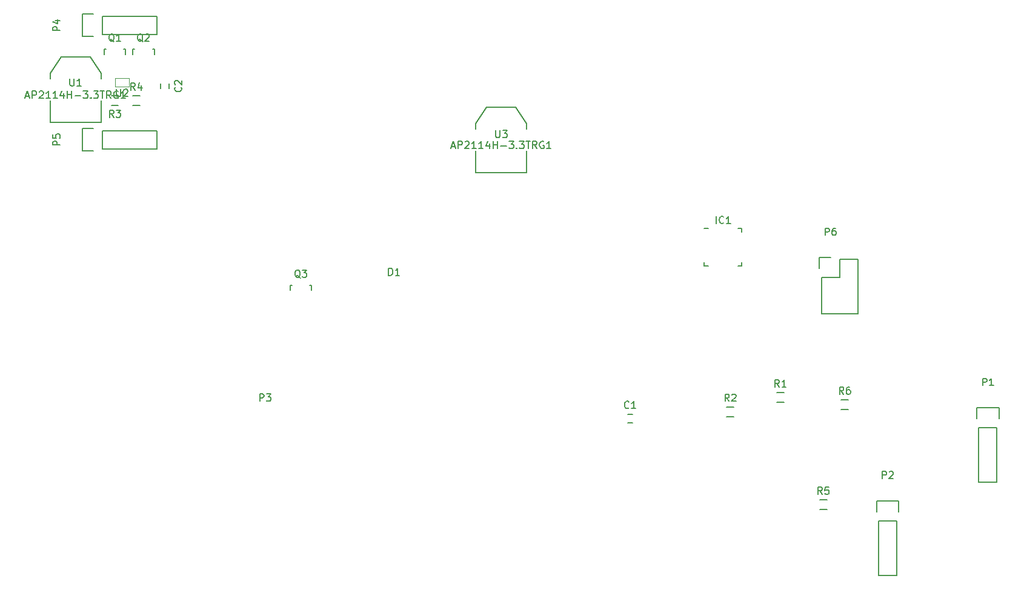
<source format=gbr>
G04 #@! TF.FileFunction,Legend,Top*
%FSLAX46Y46*%
G04 Gerber Fmt 4.6, Leading zero omitted, Abs format (unit mm)*
G04 Created by KiCad (PCBNEW (after 2015-may-01 BZR unknown)-product) date 11/9/2015 22:45:34*
%MOMM*%
G01*
G04 APERTURE LIST*
%ADD10C,0.100000*%
%ADD11C,0.150000*%
%ADD12C,0.203200*%
G04 APERTURE END LIST*
D10*
D11*
X130650000Y-106400000D02*
X131350000Y-106400000D01*
X131350000Y-107600000D02*
X130650000Y-107600000D01*
X66600000Y-60150000D02*
X66600000Y-60850000D01*
X65400000Y-60850000D02*
X65400000Y-60150000D01*
X146625000Y-80375000D02*
X146625000Y-80900000D01*
X141375000Y-85625000D02*
X141375000Y-85100000D01*
X146625000Y-85625000D02*
X146625000Y-85100000D01*
X141375000Y-80375000D02*
X141900000Y-80375000D01*
X141375000Y-85625000D02*
X141900000Y-85625000D01*
X146625000Y-85625000D02*
X146100000Y-85625000D01*
X146625000Y-80375000D02*
X146100000Y-80375000D01*
X179730000Y-108270000D02*
X179730000Y-115890000D01*
X182270000Y-108270000D02*
X182270000Y-115890000D01*
X182550000Y-105450000D02*
X182550000Y-107000000D01*
X179730000Y-115890000D02*
X182270000Y-115890000D01*
X182270000Y-108270000D02*
X179730000Y-108270000D01*
X179450000Y-107000000D02*
X179450000Y-105450000D01*
X179450000Y-105450000D02*
X182550000Y-105450000D01*
X165730000Y-121270000D02*
X165730000Y-128890000D01*
X168270000Y-121270000D02*
X168270000Y-128890000D01*
X168550000Y-118450000D02*
X168550000Y-120000000D01*
X165730000Y-128890000D02*
X168270000Y-128890000D01*
X168270000Y-121270000D02*
X165730000Y-121270000D01*
X165450000Y-120000000D02*
X165450000Y-118450000D01*
X165450000Y-118450000D02*
X168550000Y-118450000D01*
X57270000Y-53270000D02*
X64890000Y-53270000D01*
X57270000Y-50730000D02*
X64890000Y-50730000D01*
X54450000Y-50450000D02*
X56000000Y-50450000D01*
X64890000Y-53270000D02*
X64890000Y-50730000D01*
X57270000Y-50730000D02*
X57270000Y-53270000D01*
X56000000Y-53550000D02*
X54450000Y-53550000D01*
X54450000Y-53550000D02*
X54450000Y-50450000D01*
X57270000Y-69270000D02*
X64890000Y-69270000D01*
X57270000Y-66730000D02*
X64890000Y-66730000D01*
X54450000Y-66450000D02*
X56000000Y-66450000D01*
X64890000Y-69270000D02*
X64890000Y-66730000D01*
X57270000Y-66730000D02*
X57270000Y-69270000D01*
X56000000Y-69550000D02*
X54450000Y-69550000D01*
X54450000Y-69550000D02*
X54450000Y-66450000D01*
X157730000Y-87270000D02*
X157730000Y-92350000D01*
X157450000Y-84450000D02*
X159000000Y-84450000D01*
X160270000Y-84730000D02*
X160270000Y-87270000D01*
X160270000Y-87270000D02*
X157730000Y-87270000D01*
X157730000Y-92350000D02*
X162810000Y-92350000D01*
X162810000Y-92350000D02*
X162810000Y-87270000D01*
X157450000Y-84450000D02*
X157450000Y-86000000D01*
X162810000Y-84730000D02*
X160270000Y-84730000D01*
X162810000Y-87270000D02*
X162810000Y-84730000D01*
X60299160Y-55349760D02*
X60250900Y-55349760D01*
X57500180Y-56050800D02*
X57500180Y-55349760D01*
X57500180Y-55349760D02*
X57749100Y-55349760D01*
X60299160Y-55349760D02*
X60499820Y-55349760D01*
X60499820Y-55349760D02*
X60499820Y-56050800D01*
X64299160Y-55349760D02*
X64250900Y-55349760D01*
X61500180Y-56050800D02*
X61500180Y-55349760D01*
X61500180Y-55349760D02*
X61749100Y-55349760D01*
X64299160Y-55349760D02*
X64499820Y-55349760D01*
X64499820Y-55349760D02*
X64499820Y-56050800D01*
X152500000Y-104675000D02*
X151500000Y-104675000D01*
X151500000Y-103325000D02*
X152500000Y-103325000D01*
X145500000Y-106675000D02*
X144500000Y-106675000D01*
X144500000Y-105325000D02*
X145500000Y-105325000D01*
X58500000Y-61825000D02*
X59500000Y-61825000D01*
X59500000Y-63175000D02*
X58500000Y-63175000D01*
X62500000Y-63175000D02*
X61500000Y-63175000D01*
X61500000Y-61825000D02*
X62500000Y-61825000D01*
X158500000Y-119675000D02*
X157500000Y-119675000D01*
X157500000Y-118325000D02*
X158500000Y-118325000D01*
X161500000Y-105675000D02*
X160500000Y-105675000D01*
X160500000Y-104325000D02*
X161500000Y-104325000D01*
X86299160Y-88349760D02*
X86250900Y-88349760D01*
X83500180Y-89050800D02*
X83500180Y-88349760D01*
X83500180Y-88349760D02*
X83749100Y-88349760D01*
X86299160Y-88349760D02*
X86499820Y-88349760D01*
X86499820Y-88349760D02*
X86499820Y-89050800D01*
D12*
X49944000Y-62524000D02*
X49944000Y-65572000D01*
X49944000Y-65572000D02*
X57056000Y-65572000D01*
X57056000Y-65572000D02*
X57056000Y-62524000D01*
X49944000Y-59476000D02*
X49944000Y-58714000D01*
X49944000Y-58714000D02*
X51468000Y-56428000D01*
X51468000Y-56428000D02*
X55532000Y-56428000D01*
X55532000Y-56428000D02*
X57056000Y-58714000D01*
X57056000Y-58714000D02*
X57056000Y-59476000D01*
D10*
X59000000Y-59400000D02*
X59000000Y-60600000D01*
X59000000Y-60600000D02*
X61000000Y-60600000D01*
X61000000Y-60600000D02*
X61000000Y-59400000D01*
X61000000Y-59400000D02*
X59000000Y-59400000D01*
D12*
X109444000Y-69524000D02*
X109444000Y-72572000D01*
X109444000Y-72572000D02*
X116556000Y-72572000D01*
X116556000Y-72572000D02*
X116556000Y-69524000D01*
X109444000Y-66476000D02*
X109444000Y-65714000D01*
X109444000Y-65714000D02*
X110968000Y-63428000D01*
X110968000Y-63428000D02*
X115032000Y-63428000D01*
X115032000Y-63428000D02*
X116556000Y-65714000D01*
X116556000Y-65714000D02*
X116556000Y-66476000D01*
D11*
X130833334Y-105457143D02*
X130785715Y-105504762D01*
X130642858Y-105552381D01*
X130547620Y-105552381D01*
X130404762Y-105504762D01*
X130309524Y-105409524D01*
X130261905Y-105314286D01*
X130214286Y-105123810D01*
X130214286Y-104980952D01*
X130261905Y-104790476D01*
X130309524Y-104695238D01*
X130404762Y-104600000D01*
X130547620Y-104552381D01*
X130642858Y-104552381D01*
X130785715Y-104600000D01*
X130833334Y-104647619D01*
X131785715Y-105552381D02*
X131214286Y-105552381D01*
X131500000Y-105552381D02*
X131500000Y-104552381D01*
X131404762Y-104695238D01*
X131309524Y-104790476D01*
X131214286Y-104838095D01*
X68257143Y-60666666D02*
X68304762Y-60714285D01*
X68352381Y-60857142D01*
X68352381Y-60952380D01*
X68304762Y-61095238D01*
X68209524Y-61190476D01*
X68114286Y-61238095D01*
X67923810Y-61285714D01*
X67780952Y-61285714D01*
X67590476Y-61238095D01*
X67495238Y-61190476D01*
X67400000Y-61095238D01*
X67352381Y-60952380D01*
X67352381Y-60857142D01*
X67400000Y-60714285D01*
X67447619Y-60666666D01*
X67447619Y-60285714D02*
X67400000Y-60238095D01*
X67352381Y-60142857D01*
X67352381Y-59904761D01*
X67400000Y-59809523D01*
X67447619Y-59761904D01*
X67542857Y-59714285D01*
X67638095Y-59714285D01*
X67780952Y-59761904D01*
X68352381Y-60333333D01*
X68352381Y-59714285D01*
X143023810Y-79702381D02*
X143023810Y-78702381D01*
X144071429Y-79607143D02*
X144023810Y-79654762D01*
X143880953Y-79702381D01*
X143785715Y-79702381D01*
X143642857Y-79654762D01*
X143547619Y-79559524D01*
X143500000Y-79464286D01*
X143452381Y-79273810D01*
X143452381Y-79130952D01*
X143500000Y-78940476D01*
X143547619Y-78845238D01*
X143642857Y-78750000D01*
X143785715Y-78702381D01*
X143880953Y-78702381D01*
X144023810Y-78750000D01*
X144071429Y-78797619D01*
X145023810Y-79702381D02*
X144452381Y-79702381D01*
X144738095Y-79702381D02*
X144738095Y-78702381D01*
X144642857Y-78845238D01*
X144547619Y-78940476D01*
X144452381Y-78988095D01*
X180261905Y-102352381D02*
X180261905Y-101352381D01*
X180642858Y-101352381D01*
X180738096Y-101400000D01*
X180785715Y-101447619D01*
X180833334Y-101542857D01*
X180833334Y-101685714D01*
X180785715Y-101780952D01*
X180738096Y-101828571D01*
X180642858Y-101876190D01*
X180261905Y-101876190D01*
X181785715Y-102352381D02*
X181214286Y-102352381D01*
X181500000Y-102352381D02*
X181500000Y-101352381D01*
X181404762Y-101495238D01*
X181309524Y-101590476D01*
X181214286Y-101638095D01*
X166261905Y-115352381D02*
X166261905Y-114352381D01*
X166642858Y-114352381D01*
X166738096Y-114400000D01*
X166785715Y-114447619D01*
X166833334Y-114542857D01*
X166833334Y-114685714D01*
X166785715Y-114780952D01*
X166738096Y-114828571D01*
X166642858Y-114876190D01*
X166261905Y-114876190D01*
X167214286Y-114447619D02*
X167261905Y-114400000D01*
X167357143Y-114352381D01*
X167595239Y-114352381D01*
X167690477Y-114400000D01*
X167738096Y-114447619D01*
X167785715Y-114542857D01*
X167785715Y-114638095D01*
X167738096Y-114780952D01*
X167166667Y-115352381D01*
X167785715Y-115352381D01*
X51352381Y-52738095D02*
X50352381Y-52738095D01*
X50352381Y-52357142D01*
X50400000Y-52261904D01*
X50447619Y-52214285D01*
X50542857Y-52166666D01*
X50685714Y-52166666D01*
X50780952Y-52214285D01*
X50828571Y-52261904D01*
X50876190Y-52357142D01*
X50876190Y-52738095D01*
X50685714Y-51309523D02*
X51352381Y-51309523D01*
X50304762Y-51547619D02*
X51019048Y-51785714D01*
X51019048Y-51166666D01*
X51352381Y-68738095D02*
X50352381Y-68738095D01*
X50352381Y-68357142D01*
X50400000Y-68261904D01*
X50447619Y-68214285D01*
X50542857Y-68166666D01*
X50685714Y-68166666D01*
X50780952Y-68214285D01*
X50828571Y-68261904D01*
X50876190Y-68357142D01*
X50876190Y-68738095D01*
X50352381Y-67261904D02*
X50352381Y-67738095D01*
X50828571Y-67785714D01*
X50780952Y-67738095D01*
X50733333Y-67642857D01*
X50733333Y-67404761D01*
X50780952Y-67309523D01*
X50828571Y-67261904D01*
X50923810Y-67214285D01*
X51161905Y-67214285D01*
X51257143Y-67261904D01*
X51304762Y-67309523D01*
X51352381Y-67404761D01*
X51352381Y-67642857D01*
X51304762Y-67738095D01*
X51257143Y-67785714D01*
X158261905Y-81352381D02*
X158261905Y-80352381D01*
X158642858Y-80352381D01*
X158738096Y-80400000D01*
X158785715Y-80447619D01*
X158833334Y-80542857D01*
X158833334Y-80685714D01*
X158785715Y-80780952D01*
X158738096Y-80828571D01*
X158642858Y-80876190D01*
X158261905Y-80876190D01*
X159690477Y-80352381D02*
X159500000Y-80352381D01*
X159404762Y-80400000D01*
X159357143Y-80447619D01*
X159261905Y-80590476D01*
X159214286Y-80780952D01*
X159214286Y-81161905D01*
X159261905Y-81257143D01*
X159309524Y-81304762D01*
X159404762Y-81352381D01*
X159595239Y-81352381D01*
X159690477Y-81304762D01*
X159738096Y-81257143D01*
X159785715Y-81161905D01*
X159785715Y-80923810D01*
X159738096Y-80828571D01*
X159690477Y-80780952D01*
X159595239Y-80733333D01*
X159404762Y-80733333D01*
X159309524Y-80780952D01*
X159261905Y-80828571D01*
X159214286Y-80923810D01*
X58904762Y-54297619D02*
X58809524Y-54250000D01*
X58714286Y-54154762D01*
X58571429Y-54011905D01*
X58476190Y-53964286D01*
X58380952Y-53964286D01*
X58428571Y-54202381D02*
X58333333Y-54154762D01*
X58238095Y-54059524D01*
X58190476Y-53869048D01*
X58190476Y-53535714D01*
X58238095Y-53345238D01*
X58333333Y-53250000D01*
X58428571Y-53202381D01*
X58619048Y-53202381D01*
X58714286Y-53250000D01*
X58809524Y-53345238D01*
X58857143Y-53535714D01*
X58857143Y-53869048D01*
X58809524Y-54059524D01*
X58714286Y-54154762D01*
X58619048Y-54202381D01*
X58428571Y-54202381D01*
X59809524Y-54202381D02*
X59238095Y-54202381D01*
X59523809Y-54202381D02*
X59523809Y-53202381D01*
X59428571Y-53345238D01*
X59333333Y-53440476D01*
X59238095Y-53488095D01*
X62904762Y-54297619D02*
X62809524Y-54250000D01*
X62714286Y-54154762D01*
X62571429Y-54011905D01*
X62476190Y-53964286D01*
X62380952Y-53964286D01*
X62428571Y-54202381D02*
X62333333Y-54154762D01*
X62238095Y-54059524D01*
X62190476Y-53869048D01*
X62190476Y-53535714D01*
X62238095Y-53345238D01*
X62333333Y-53250000D01*
X62428571Y-53202381D01*
X62619048Y-53202381D01*
X62714286Y-53250000D01*
X62809524Y-53345238D01*
X62857143Y-53535714D01*
X62857143Y-53869048D01*
X62809524Y-54059524D01*
X62714286Y-54154762D01*
X62619048Y-54202381D01*
X62428571Y-54202381D01*
X63238095Y-53297619D02*
X63285714Y-53250000D01*
X63380952Y-53202381D01*
X63619048Y-53202381D01*
X63714286Y-53250000D01*
X63761905Y-53297619D01*
X63809524Y-53392857D01*
X63809524Y-53488095D01*
X63761905Y-53630952D01*
X63190476Y-54202381D01*
X63809524Y-54202381D01*
X151833334Y-102552381D02*
X151500000Y-102076190D01*
X151261905Y-102552381D02*
X151261905Y-101552381D01*
X151642858Y-101552381D01*
X151738096Y-101600000D01*
X151785715Y-101647619D01*
X151833334Y-101742857D01*
X151833334Y-101885714D01*
X151785715Y-101980952D01*
X151738096Y-102028571D01*
X151642858Y-102076190D01*
X151261905Y-102076190D01*
X152785715Y-102552381D02*
X152214286Y-102552381D01*
X152500000Y-102552381D02*
X152500000Y-101552381D01*
X152404762Y-101695238D01*
X152309524Y-101790476D01*
X152214286Y-101838095D01*
X144833334Y-104552381D02*
X144500000Y-104076190D01*
X144261905Y-104552381D02*
X144261905Y-103552381D01*
X144642858Y-103552381D01*
X144738096Y-103600000D01*
X144785715Y-103647619D01*
X144833334Y-103742857D01*
X144833334Y-103885714D01*
X144785715Y-103980952D01*
X144738096Y-104028571D01*
X144642858Y-104076190D01*
X144261905Y-104076190D01*
X145214286Y-103647619D02*
X145261905Y-103600000D01*
X145357143Y-103552381D01*
X145595239Y-103552381D01*
X145690477Y-103600000D01*
X145738096Y-103647619D01*
X145785715Y-103742857D01*
X145785715Y-103838095D01*
X145738096Y-103980952D01*
X145166667Y-104552381D01*
X145785715Y-104552381D01*
X58833334Y-64852381D02*
X58500000Y-64376190D01*
X58261905Y-64852381D02*
X58261905Y-63852381D01*
X58642858Y-63852381D01*
X58738096Y-63900000D01*
X58785715Y-63947619D01*
X58833334Y-64042857D01*
X58833334Y-64185714D01*
X58785715Y-64280952D01*
X58738096Y-64328571D01*
X58642858Y-64376190D01*
X58261905Y-64376190D01*
X59166667Y-63852381D02*
X59785715Y-63852381D01*
X59452381Y-64233333D01*
X59595239Y-64233333D01*
X59690477Y-64280952D01*
X59738096Y-64328571D01*
X59785715Y-64423810D01*
X59785715Y-64661905D01*
X59738096Y-64757143D01*
X59690477Y-64804762D01*
X59595239Y-64852381D01*
X59309524Y-64852381D01*
X59214286Y-64804762D01*
X59166667Y-64757143D01*
X61833334Y-61052381D02*
X61500000Y-60576190D01*
X61261905Y-61052381D02*
X61261905Y-60052381D01*
X61642858Y-60052381D01*
X61738096Y-60100000D01*
X61785715Y-60147619D01*
X61833334Y-60242857D01*
X61833334Y-60385714D01*
X61785715Y-60480952D01*
X61738096Y-60528571D01*
X61642858Y-60576190D01*
X61261905Y-60576190D01*
X62690477Y-60385714D02*
X62690477Y-61052381D01*
X62452381Y-60004762D02*
X62214286Y-60719048D01*
X62833334Y-60719048D01*
X157833334Y-117552381D02*
X157500000Y-117076190D01*
X157261905Y-117552381D02*
X157261905Y-116552381D01*
X157642858Y-116552381D01*
X157738096Y-116600000D01*
X157785715Y-116647619D01*
X157833334Y-116742857D01*
X157833334Y-116885714D01*
X157785715Y-116980952D01*
X157738096Y-117028571D01*
X157642858Y-117076190D01*
X157261905Y-117076190D01*
X158738096Y-116552381D02*
X158261905Y-116552381D01*
X158214286Y-117028571D01*
X158261905Y-116980952D01*
X158357143Y-116933333D01*
X158595239Y-116933333D01*
X158690477Y-116980952D01*
X158738096Y-117028571D01*
X158785715Y-117123810D01*
X158785715Y-117361905D01*
X158738096Y-117457143D01*
X158690477Y-117504762D01*
X158595239Y-117552381D01*
X158357143Y-117552381D01*
X158261905Y-117504762D01*
X158214286Y-117457143D01*
X160833334Y-103552381D02*
X160500000Y-103076190D01*
X160261905Y-103552381D02*
X160261905Y-102552381D01*
X160642858Y-102552381D01*
X160738096Y-102600000D01*
X160785715Y-102647619D01*
X160833334Y-102742857D01*
X160833334Y-102885714D01*
X160785715Y-102980952D01*
X160738096Y-103028571D01*
X160642858Y-103076190D01*
X160261905Y-103076190D01*
X161690477Y-102552381D02*
X161500000Y-102552381D01*
X161404762Y-102600000D01*
X161357143Y-102647619D01*
X161261905Y-102790476D01*
X161214286Y-102980952D01*
X161214286Y-103361905D01*
X161261905Y-103457143D01*
X161309524Y-103504762D01*
X161404762Y-103552381D01*
X161595239Y-103552381D01*
X161690477Y-103504762D01*
X161738096Y-103457143D01*
X161785715Y-103361905D01*
X161785715Y-103123810D01*
X161738096Y-103028571D01*
X161690477Y-102980952D01*
X161595239Y-102933333D01*
X161404762Y-102933333D01*
X161309524Y-102980952D01*
X161261905Y-103028571D01*
X161214286Y-103123810D01*
X97261905Y-86952381D02*
X97261905Y-85952381D01*
X97500000Y-85952381D01*
X97642858Y-86000000D01*
X97738096Y-86095238D01*
X97785715Y-86190476D01*
X97833334Y-86380952D01*
X97833334Y-86523810D01*
X97785715Y-86714286D01*
X97738096Y-86809524D01*
X97642858Y-86904762D01*
X97500000Y-86952381D01*
X97261905Y-86952381D01*
X98785715Y-86952381D02*
X98214286Y-86952381D01*
X98500000Y-86952381D02*
X98500000Y-85952381D01*
X98404762Y-86095238D01*
X98309524Y-86190476D01*
X98214286Y-86238095D01*
X79261905Y-104532381D02*
X79261905Y-103532381D01*
X79642858Y-103532381D01*
X79738096Y-103580000D01*
X79785715Y-103627619D01*
X79833334Y-103722857D01*
X79833334Y-103865714D01*
X79785715Y-103960952D01*
X79738096Y-104008571D01*
X79642858Y-104056190D01*
X79261905Y-104056190D01*
X80166667Y-103532381D02*
X80785715Y-103532381D01*
X80452381Y-103913333D01*
X80595239Y-103913333D01*
X80690477Y-103960952D01*
X80738096Y-104008571D01*
X80785715Y-104103810D01*
X80785715Y-104341905D01*
X80738096Y-104437143D01*
X80690477Y-104484762D01*
X80595239Y-104532381D01*
X80309524Y-104532381D01*
X80214286Y-104484762D01*
X80166667Y-104437143D01*
X84904762Y-87297619D02*
X84809524Y-87250000D01*
X84714286Y-87154762D01*
X84571429Y-87011905D01*
X84476190Y-86964286D01*
X84380952Y-86964286D01*
X84428571Y-87202381D02*
X84333333Y-87154762D01*
X84238095Y-87059524D01*
X84190476Y-86869048D01*
X84190476Y-86535714D01*
X84238095Y-86345238D01*
X84333333Y-86250000D01*
X84428571Y-86202381D01*
X84619048Y-86202381D01*
X84714286Y-86250000D01*
X84809524Y-86345238D01*
X84857143Y-86535714D01*
X84857143Y-86869048D01*
X84809524Y-87059524D01*
X84714286Y-87154762D01*
X84619048Y-87202381D01*
X84428571Y-87202381D01*
X85190476Y-86202381D02*
X85809524Y-86202381D01*
X85476190Y-86583333D01*
X85619048Y-86583333D01*
X85714286Y-86630952D01*
X85761905Y-86678571D01*
X85809524Y-86773810D01*
X85809524Y-87011905D01*
X85761905Y-87107143D01*
X85714286Y-87154762D01*
X85619048Y-87202381D01*
X85333333Y-87202381D01*
X85238095Y-87154762D01*
X85190476Y-87107143D01*
D12*
X52725905Y-59443619D02*
X52725905Y-60266095D01*
X52774286Y-60362857D01*
X52822667Y-60411238D01*
X52919429Y-60459619D01*
X53112952Y-60459619D01*
X53209714Y-60411238D01*
X53258095Y-60362857D01*
X53306476Y-60266095D01*
X53306476Y-59443619D01*
X54322476Y-60459619D02*
X53741905Y-60459619D01*
X54032191Y-60459619D02*
X54032191Y-59443619D01*
X53935429Y-59588762D01*
X53838667Y-59685524D01*
X53741905Y-59733905D01*
X46557334Y-61931333D02*
X47041143Y-61931333D01*
X46460572Y-62221619D02*
X46799239Y-61205619D01*
X47137905Y-62221619D01*
X47476572Y-62221619D02*
X47476572Y-61205619D01*
X47863619Y-61205619D01*
X47960381Y-61254000D01*
X48008762Y-61302381D01*
X48057143Y-61399143D01*
X48057143Y-61544286D01*
X48008762Y-61641048D01*
X47960381Y-61689429D01*
X47863619Y-61737810D01*
X47476572Y-61737810D01*
X48444191Y-61302381D02*
X48492572Y-61254000D01*
X48589334Y-61205619D01*
X48831238Y-61205619D01*
X48928000Y-61254000D01*
X48976381Y-61302381D01*
X49024762Y-61399143D01*
X49024762Y-61495905D01*
X48976381Y-61641048D01*
X48395810Y-62221619D01*
X49024762Y-62221619D01*
X49992381Y-62221619D02*
X49411810Y-62221619D01*
X49702096Y-62221619D02*
X49702096Y-61205619D01*
X49605334Y-61350762D01*
X49508572Y-61447524D01*
X49411810Y-61495905D01*
X50960000Y-62221619D02*
X50379429Y-62221619D01*
X50669715Y-62221619D02*
X50669715Y-61205619D01*
X50572953Y-61350762D01*
X50476191Y-61447524D01*
X50379429Y-61495905D01*
X51830857Y-61544286D02*
X51830857Y-62221619D01*
X51588953Y-61157238D02*
X51347048Y-61882952D01*
X51976000Y-61882952D01*
X52363048Y-62221619D02*
X52363048Y-61205619D01*
X52363048Y-61689429D02*
X52943619Y-61689429D01*
X52943619Y-62221619D02*
X52943619Y-61205619D01*
X53427429Y-61834571D02*
X54201524Y-61834571D01*
X54588572Y-61205619D02*
X55217524Y-61205619D01*
X54878858Y-61592667D01*
X55024000Y-61592667D01*
X55120762Y-61641048D01*
X55169143Y-61689429D01*
X55217524Y-61786190D01*
X55217524Y-62028095D01*
X55169143Y-62124857D01*
X55120762Y-62173238D01*
X55024000Y-62221619D01*
X54733715Y-62221619D01*
X54636953Y-62173238D01*
X54588572Y-62124857D01*
X55652953Y-62124857D02*
X55701334Y-62173238D01*
X55652953Y-62221619D01*
X55604572Y-62173238D01*
X55652953Y-62124857D01*
X55652953Y-62221619D01*
X56040001Y-61205619D02*
X56668953Y-61205619D01*
X56330287Y-61592667D01*
X56475429Y-61592667D01*
X56572191Y-61641048D01*
X56620572Y-61689429D01*
X56668953Y-61786190D01*
X56668953Y-62028095D01*
X56620572Y-62124857D01*
X56572191Y-62173238D01*
X56475429Y-62221619D01*
X56185144Y-62221619D01*
X56088382Y-62173238D01*
X56040001Y-62124857D01*
X56959239Y-61205619D02*
X57539810Y-61205619D01*
X57249525Y-62221619D02*
X57249525Y-61205619D01*
X58459048Y-62221619D02*
X58120382Y-61737810D01*
X57878477Y-62221619D02*
X57878477Y-61205619D01*
X58265524Y-61205619D01*
X58362286Y-61254000D01*
X58410667Y-61302381D01*
X58459048Y-61399143D01*
X58459048Y-61544286D01*
X58410667Y-61641048D01*
X58362286Y-61689429D01*
X58265524Y-61737810D01*
X57878477Y-61737810D01*
X59426667Y-61254000D02*
X59329905Y-61205619D01*
X59184762Y-61205619D01*
X59039620Y-61254000D01*
X58942858Y-61350762D01*
X58894477Y-61447524D01*
X58846096Y-61641048D01*
X58846096Y-61786190D01*
X58894477Y-61979714D01*
X58942858Y-62076476D01*
X59039620Y-62173238D01*
X59184762Y-62221619D01*
X59281524Y-62221619D01*
X59426667Y-62173238D01*
X59475048Y-62124857D01*
X59475048Y-61786190D01*
X59281524Y-61786190D01*
X60442667Y-62221619D02*
X59862096Y-62221619D01*
X60152382Y-62221619D02*
X60152382Y-61205619D01*
X60055620Y-61350762D01*
X59958858Y-61447524D01*
X59862096Y-61495905D01*
D11*
X59238095Y-60952381D02*
X59238095Y-61761905D01*
X59285714Y-61857143D01*
X59333333Y-61904762D01*
X59428571Y-61952381D01*
X59619048Y-61952381D01*
X59714286Y-61904762D01*
X59761905Y-61857143D01*
X59809524Y-61761905D01*
X59809524Y-60952381D01*
X60238095Y-61047619D02*
X60285714Y-61000000D01*
X60380952Y-60952381D01*
X60619048Y-60952381D01*
X60714286Y-61000000D01*
X60761905Y-61047619D01*
X60809524Y-61142857D01*
X60809524Y-61238095D01*
X60761905Y-61380952D01*
X60190476Y-61952381D01*
X60809524Y-61952381D01*
D12*
X112225905Y-66681619D02*
X112225905Y-67504095D01*
X112274286Y-67600857D01*
X112322667Y-67649238D01*
X112419429Y-67697619D01*
X112612952Y-67697619D01*
X112709714Y-67649238D01*
X112758095Y-67600857D01*
X112806476Y-67504095D01*
X112806476Y-66681619D01*
X113193524Y-66681619D02*
X113822476Y-66681619D01*
X113483810Y-67068667D01*
X113628952Y-67068667D01*
X113725714Y-67117048D01*
X113774095Y-67165429D01*
X113822476Y-67262190D01*
X113822476Y-67504095D01*
X113774095Y-67600857D01*
X113725714Y-67649238D01*
X113628952Y-67697619D01*
X113338667Y-67697619D01*
X113241905Y-67649238D01*
X113193524Y-67600857D01*
X106057334Y-68931333D02*
X106541143Y-68931333D01*
X105960572Y-69221619D02*
X106299239Y-68205619D01*
X106637905Y-69221619D01*
X106976572Y-69221619D02*
X106976572Y-68205619D01*
X107363619Y-68205619D01*
X107460381Y-68254000D01*
X107508762Y-68302381D01*
X107557143Y-68399143D01*
X107557143Y-68544286D01*
X107508762Y-68641048D01*
X107460381Y-68689429D01*
X107363619Y-68737810D01*
X106976572Y-68737810D01*
X107944191Y-68302381D02*
X107992572Y-68254000D01*
X108089334Y-68205619D01*
X108331238Y-68205619D01*
X108428000Y-68254000D01*
X108476381Y-68302381D01*
X108524762Y-68399143D01*
X108524762Y-68495905D01*
X108476381Y-68641048D01*
X107895810Y-69221619D01*
X108524762Y-69221619D01*
X109492381Y-69221619D02*
X108911810Y-69221619D01*
X109202096Y-69221619D02*
X109202096Y-68205619D01*
X109105334Y-68350762D01*
X109008572Y-68447524D01*
X108911810Y-68495905D01*
X110460000Y-69221619D02*
X109879429Y-69221619D01*
X110169715Y-69221619D02*
X110169715Y-68205619D01*
X110072953Y-68350762D01*
X109976191Y-68447524D01*
X109879429Y-68495905D01*
X111330857Y-68544286D02*
X111330857Y-69221619D01*
X111088953Y-68157238D02*
X110847048Y-68882952D01*
X111476000Y-68882952D01*
X111863048Y-69221619D02*
X111863048Y-68205619D01*
X111863048Y-68689429D02*
X112443619Y-68689429D01*
X112443619Y-69221619D02*
X112443619Y-68205619D01*
X112927429Y-68834571D02*
X113701524Y-68834571D01*
X114088572Y-68205619D02*
X114717524Y-68205619D01*
X114378858Y-68592667D01*
X114524000Y-68592667D01*
X114620762Y-68641048D01*
X114669143Y-68689429D01*
X114717524Y-68786190D01*
X114717524Y-69028095D01*
X114669143Y-69124857D01*
X114620762Y-69173238D01*
X114524000Y-69221619D01*
X114233715Y-69221619D01*
X114136953Y-69173238D01*
X114088572Y-69124857D01*
X115152953Y-69124857D02*
X115201334Y-69173238D01*
X115152953Y-69221619D01*
X115104572Y-69173238D01*
X115152953Y-69124857D01*
X115152953Y-69221619D01*
X115540001Y-68205619D02*
X116168953Y-68205619D01*
X115830287Y-68592667D01*
X115975429Y-68592667D01*
X116072191Y-68641048D01*
X116120572Y-68689429D01*
X116168953Y-68786190D01*
X116168953Y-69028095D01*
X116120572Y-69124857D01*
X116072191Y-69173238D01*
X115975429Y-69221619D01*
X115685144Y-69221619D01*
X115588382Y-69173238D01*
X115540001Y-69124857D01*
X116459239Y-68205619D02*
X117039810Y-68205619D01*
X116749525Y-69221619D02*
X116749525Y-68205619D01*
X117959048Y-69221619D02*
X117620382Y-68737810D01*
X117378477Y-69221619D02*
X117378477Y-68205619D01*
X117765524Y-68205619D01*
X117862286Y-68254000D01*
X117910667Y-68302381D01*
X117959048Y-68399143D01*
X117959048Y-68544286D01*
X117910667Y-68641048D01*
X117862286Y-68689429D01*
X117765524Y-68737810D01*
X117378477Y-68737810D01*
X118926667Y-68254000D02*
X118829905Y-68205619D01*
X118684762Y-68205619D01*
X118539620Y-68254000D01*
X118442858Y-68350762D01*
X118394477Y-68447524D01*
X118346096Y-68641048D01*
X118346096Y-68786190D01*
X118394477Y-68979714D01*
X118442858Y-69076476D01*
X118539620Y-69173238D01*
X118684762Y-69221619D01*
X118781524Y-69221619D01*
X118926667Y-69173238D01*
X118975048Y-69124857D01*
X118975048Y-68786190D01*
X118781524Y-68786190D01*
X119942667Y-69221619D02*
X119362096Y-69221619D01*
X119652382Y-69221619D02*
X119652382Y-68205619D01*
X119555620Y-68350762D01*
X119458858Y-68447524D01*
X119362096Y-68495905D01*
M02*

</source>
